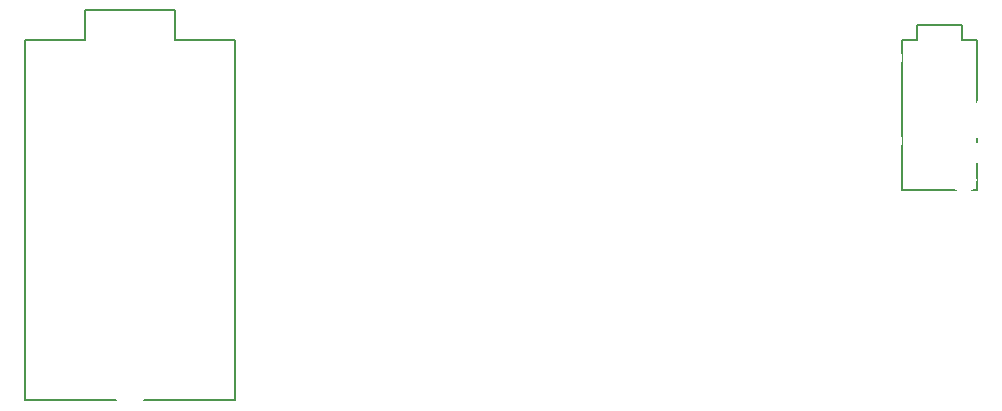
<source format=gbo>
G04 #@! TF.FileFunction,Legend,Bot*
%FSLAX46Y46*%
G04 Gerber Fmt 4.6, Leading zero omitted, Abs format (unit mm)*
G04 Created by KiCad (PCBNEW 4.0.7-e2-6376~58~ubuntu16.04.1) date Mon Nov 13 00:30:39 2017*
%MOMM*%
%LPD*%
G01*
G04 APERTURE LIST*
%ADD10C,0.100000*%
%ADD11C,0.150000*%
%ADD12R,2.000000X2.000000*%
%ADD13O,2.000000X2.000000*%
%ADD14C,2.000000*%
%ADD15C,2.900000*%
%ADD16C,4.387810*%
%ADD17C,2.101810*%
%ADD18C,8.400000*%
%ADD19C,1.390600*%
%ADD20C,2.152600*%
%ADD21R,1.924000X1.924000*%
G04 APERTURE END LIST*
D10*
D11*
X178435000Y-48895000D02*
X177165000Y-48895000D01*
X177165000Y-48895000D02*
X177165000Y-47625000D01*
X177165000Y-47625000D02*
X173355000Y-47625000D01*
X173355000Y-47625000D02*
X173355000Y-48895000D01*
X173355000Y-48895000D02*
X172085000Y-48895000D01*
X172085000Y-48895000D02*
X172085000Y-61595000D01*
X172085000Y-61595000D02*
X178435000Y-61595000D01*
X178435000Y-61595000D02*
X178435000Y-48895000D01*
X115570000Y-79375000D02*
X97790000Y-79375000D01*
X97790000Y-79375000D02*
X97790000Y-48895000D01*
X97790000Y-48895000D02*
X102870000Y-48895000D01*
X102870000Y-48895000D02*
X102870000Y-46355000D01*
X102870000Y-46355000D02*
X110490000Y-46355000D01*
X110490000Y-46355000D02*
X110490000Y-48895000D01*
X110490000Y-48895000D02*
X115570000Y-48895000D01*
X115570000Y-48895000D02*
X115570000Y-79375000D01*
%LPC*%
D12*
X78105000Y-62230000D03*
D13*
X78105000Y-52070000D03*
D12*
X78105000Y-83820000D03*
D13*
X78105000Y-73660000D03*
D12*
X78105000Y-100330000D03*
D13*
X78105000Y-90170000D03*
D12*
X78105000Y-121920000D03*
D13*
X78105000Y-111760000D03*
D12*
X83820000Y-67945000D03*
D13*
X93980000Y-67945000D03*
D12*
X82550000Y-86995000D03*
D13*
X92710000Y-86995000D03*
D12*
X97155000Y-101600000D03*
D13*
X97155000Y-91440000D03*
D12*
X97155000Y-120650000D03*
D13*
X97155000Y-110490000D03*
D12*
X130810000Y-67945000D03*
D13*
X120650000Y-67945000D03*
D12*
X100330000Y-86995000D03*
D13*
X110490000Y-86995000D03*
D12*
X116205000Y-102870000D03*
D13*
X116205000Y-92710000D03*
D12*
X116205000Y-120650000D03*
D13*
X116205000Y-110490000D03*
D12*
X135255000Y-63500000D03*
D13*
X135255000Y-53340000D03*
D12*
X135255000Y-82550000D03*
D13*
X135255000Y-72390000D03*
D12*
X135255000Y-101600000D03*
D13*
X135255000Y-91440000D03*
D12*
X135255000Y-120650000D03*
D13*
X135255000Y-110490000D03*
D12*
X154305000Y-63500000D03*
D13*
X154305000Y-53340000D03*
D12*
X154305000Y-82550000D03*
D13*
X154305000Y-72390000D03*
D12*
X154305000Y-101600000D03*
D13*
X154305000Y-91440000D03*
D12*
X154305000Y-120650000D03*
D13*
X154305000Y-110490000D03*
D12*
X157480000Y-67945000D03*
D13*
X167640000Y-67945000D03*
D12*
X173355000Y-83820000D03*
D13*
X173355000Y-73660000D03*
D12*
X173355000Y-100330000D03*
D13*
X173355000Y-90170000D03*
D12*
X173355000Y-121920000D03*
D13*
X173355000Y-111760000D03*
D12*
X179070000Y-67945000D03*
D13*
X189230000Y-67945000D03*
D12*
X179070000Y-86995000D03*
D13*
X189230000Y-86995000D03*
D12*
X179070000Y-106045000D03*
D13*
X189230000Y-106045000D03*
D12*
X179070000Y-125095000D03*
D13*
X189230000Y-125095000D03*
D14*
X120650000Y-50165000D03*
D13*
X130810000Y-50165000D03*
D14*
X139700000Y-50165000D03*
D13*
X149860000Y-50165000D03*
D15*
X66080276Y-53340672D02*
X66119724Y-53919328D01*
X71770184Y-54419693D02*
X72579816Y-55880307D01*
D16*
X68580000Y-58420000D03*
D17*
X63500000Y-58420000D03*
X73660000Y-58420000D03*
D15*
X65580453Y-54420046D02*
X64769547Y-55879954D01*
X71119724Y-53340672D02*
X71080276Y-53919328D01*
X66080276Y-72390672D02*
X66119724Y-72969328D01*
X71770184Y-73469693D02*
X72579816Y-74930307D01*
D16*
X68580000Y-77470000D03*
D17*
X63500000Y-77470000D03*
X73660000Y-77470000D03*
D15*
X65580453Y-73470046D02*
X64769547Y-74929954D01*
X71119724Y-72390672D02*
X71080276Y-72969328D01*
X66080276Y-91440672D02*
X66119724Y-92019328D01*
X71770184Y-92519693D02*
X72579816Y-93980307D01*
D16*
X68580000Y-96520000D03*
D17*
X63500000Y-96520000D03*
X73660000Y-96520000D03*
D15*
X65580453Y-92520046D02*
X64769547Y-93979954D01*
X71119724Y-91440672D02*
X71080276Y-92019328D01*
X66080276Y-110490672D02*
X66119724Y-111069328D01*
X71770184Y-111569693D02*
X72579816Y-113030307D01*
D16*
X68580000Y-115570000D03*
D17*
X63500000Y-115570000D03*
X73660000Y-115570000D03*
D15*
X65580453Y-111570046D02*
X64769547Y-113029954D01*
X71119724Y-110490672D02*
X71080276Y-111069328D01*
X85130276Y-53340672D02*
X85169724Y-53919328D01*
X90820184Y-54419693D02*
X91629816Y-55880307D01*
D16*
X87630000Y-58420000D03*
D17*
X82550000Y-58420000D03*
X92710000Y-58420000D03*
D15*
X84630453Y-54420046D02*
X83819547Y-55879954D01*
X90169724Y-53340672D02*
X90130276Y-53919328D01*
X85130276Y-72390672D02*
X85169724Y-72969328D01*
X90820184Y-73469693D02*
X91629816Y-74930307D01*
D16*
X87630000Y-77470000D03*
D17*
X82550000Y-77470000D03*
X92710000Y-77470000D03*
D15*
X84630453Y-73470046D02*
X83819547Y-74929954D01*
X90169724Y-72390672D02*
X90130276Y-72969328D01*
X85130276Y-91440672D02*
X85169724Y-92019328D01*
X90820184Y-92519693D02*
X91629816Y-93980307D01*
D16*
X87630000Y-96520000D03*
D17*
X82550000Y-96520000D03*
X92710000Y-96520000D03*
D15*
X84630453Y-92520046D02*
X83819547Y-93979954D01*
X90169724Y-91440672D02*
X90130276Y-92019328D01*
X85130276Y-110490672D02*
X85169724Y-111069328D01*
X90820184Y-111569693D02*
X91629816Y-113030307D01*
D16*
X87630000Y-115570000D03*
D17*
X82550000Y-115570000D03*
X92710000Y-115570000D03*
D15*
X84630453Y-111570046D02*
X83819547Y-113029954D01*
X90169724Y-110490672D02*
X90130276Y-111069328D01*
X104180276Y-53340672D02*
X104219724Y-53919328D01*
X109870184Y-54419693D02*
X110679816Y-55880307D01*
D16*
X106680000Y-58420000D03*
D17*
X101600000Y-58420000D03*
X111760000Y-58420000D03*
D15*
X103680453Y-54420046D02*
X102869547Y-55879954D01*
X109219724Y-53340672D02*
X109180276Y-53919328D01*
X104180276Y-72390672D02*
X104219724Y-72969328D01*
X109870184Y-73469693D02*
X110679816Y-74930307D01*
D16*
X106680000Y-77470000D03*
D17*
X101600000Y-77470000D03*
X111760000Y-77470000D03*
D15*
X103680453Y-73470046D02*
X102869547Y-74929954D01*
X109219724Y-72390672D02*
X109180276Y-72969328D01*
X104180276Y-91440672D02*
X104219724Y-92019328D01*
X109870184Y-92519693D02*
X110679816Y-93980307D01*
D16*
X106680000Y-96520000D03*
D17*
X101600000Y-96520000D03*
X111760000Y-96520000D03*
D15*
X103680453Y-92520046D02*
X102869547Y-93979954D01*
X109219724Y-91440672D02*
X109180276Y-92019328D01*
X104180276Y-110490672D02*
X104219724Y-111069328D01*
X109870184Y-111569693D02*
X110679816Y-113030307D01*
D16*
X106680000Y-115570000D03*
D17*
X101600000Y-115570000D03*
X111760000Y-115570000D03*
D15*
X103680453Y-111570046D02*
X102869547Y-113029954D01*
X109219724Y-110490672D02*
X109180276Y-111069328D01*
X123230276Y-53340672D02*
X123269724Y-53919328D01*
X128920184Y-54419693D02*
X129729816Y-55880307D01*
D16*
X125730000Y-58420000D03*
D17*
X120650000Y-58420000D03*
X130810000Y-58420000D03*
D15*
X122730453Y-54420046D02*
X121919547Y-55879954D01*
X128269724Y-53340672D02*
X128230276Y-53919328D01*
X123230276Y-72390672D02*
X123269724Y-72969328D01*
X128920184Y-73469693D02*
X129729816Y-74930307D01*
D16*
X125730000Y-77470000D03*
D17*
X120650000Y-77470000D03*
X130810000Y-77470000D03*
D15*
X122730453Y-73470046D02*
X121919547Y-74929954D01*
X128269724Y-72390672D02*
X128230276Y-72969328D01*
X123230276Y-91440672D02*
X123269724Y-92019328D01*
X128920184Y-92519693D02*
X129729816Y-93980307D01*
D16*
X125730000Y-96520000D03*
D17*
X120650000Y-96520000D03*
X130810000Y-96520000D03*
D15*
X122730453Y-92520046D02*
X121919547Y-93979954D01*
X128269724Y-91440672D02*
X128230276Y-92019328D01*
X123230276Y-110490672D02*
X123269724Y-111069328D01*
X128920184Y-111569693D02*
X129729816Y-113030307D01*
D16*
X125730000Y-115570000D03*
D17*
X120650000Y-115570000D03*
X130810000Y-115570000D03*
D15*
X122730453Y-111570046D02*
X121919547Y-113029954D01*
X128269724Y-110490672D02*
X128230276Y-111069328D01*
X142280276Y-53340672D02*
X142319724Y-53919328D01*
X147970184Y-54419693D02*
X148779816Y-55880307D01*
D16*
X144780000Y-58420000D03*
D17*
X139700000Y-58420000D03*
X149860000Y-58420000D03*
D15*
X141780453Y-54420046D02*
X140969547Y-55879954D01*
X147319724Y-53340672D02*
X147280276Y-53919328D01*
X142280276Y-72390672D02*
X142319724Y-72969328D01*
X147970184Y-73469693D02*
X148779816Y-74930307D01*
D16*
X144780000Y-77470000D03*
D17*
X139700000Y-77470000D03*
X149860000Y-77470000D03*
D15*
X141780453Y-73470046D02*
X140969547Y-74929954D01*
X147319724Y-72390672D02*
X147280276Y-72969328D01*
X142280276Y-91440672D02*
X142319724Y-92019328D01*
X147970184Y-92519693D02*
X148779816Y-93980307D01*
D16*
X144780000Y-96520000D03*
D17*
X139700000Y-96520000D03*
X149860000Y-96520000D03*
D15*
X141780453Y-92520046D02*
X140969547Y-93979954D01*
X147319724Y-91440672D02*
X147280276Y-92019328D01*
X142280276Y-110490672D02*
X142319724Y-111069328D01*
X147970184Y-111569693D02*
X148779816Y-113030307D01*
D16*
X144780000Y-115570000D03*
D17*
X139700000Y-115570000D03*
X149860000Y-115570000D03*
D15*
X141780453Y-111570046D02*
X140969547Y-113029954D01*
X147319724Y-110490672D02*
X147280276Y-111069328D01*
X161330276Y-53340672D02*
X161369724Y-53919328D01*
X167020184Y-54419693D02*
X167829816Y-55880307D01*
D16*
X163830000Y-58420000D03*
D17*
X158750000Y-58420000D03*
X168910000Y-58420000D03*
D15*
X160830453Y-54420046D02*
X160019547Y-55879954D01*
X166369724Y-53340672D02*
X166330276Y-53919328D01*
X161330276Y-72390672D02*
X161369724Y-72969328D01*
X167020184Y-73469693D02*
X167829816Y-74930307D01*
D16*
X163830000Y-77470000D03*
D17*
X158750000Y-77470000D03*
X168910000Y-77470000D03*
D15*
X160830453Y-73470046D02*
X160019547Y-74929954D01*
X166369724Y-72390672D02*
X166330276Y-72969328D01*
X161330276Y-91440672D02*
X161369724Y-92019328D01*
X167020184Y-92519693D02*
X167829816Y-93980307D01*
D16*
X163830000Y-96520000D03*
D17*
X158750000Y-96520000D03*
X168910000Y-96520000D03*
D15*
X160830453Y-92520046D02*
X160019547Y-93979954D01*
X166369724Y-91440672D02*
X166330276Y-92019328D01*
X161330276Y-110490672D02*
X161369724Y-111069328D01*
X167020184Y-111569693D02*
X167829816Y-113030307D01*
D16*
X163830000Y-115570000D03*
D17*
X158750000Y-115570000D03*
X168910000Y-115570000D03*
D15*
X160830453Y-111570046D02*
X160019547Y-113029954D01*
X166369724Y-110490672D02*
X166330276Y-111069328D01*
X180380276Y-53340672D02*
X180419724Y-53919328D01*
X186070184Y-54419693D02*
X186879816Y-55880307D01*
D16*
X182880000Y-58420000D03*
D17*
X177800000Y-58420000D03*
X187960000Y-58420000D03*
D15*
X179880453Y-54420046D02*
X179069547Y-55879954D01*
X185419724Y-53340672D02*
X185380276Y-53919328D01*
X180380276Y-72390672D02*
X180419724Y-72969328D01*
X186070184Y-73469693D02*
X186879816Y-74930307D01*
D16*
X182880000Y-77470000D03*
D17*
X177800000Y-77470000D03*
X187960000Y-77470000D03*
D15*
X179880453Y-73470046D02*
X179069547Y-74929954D01*
X185419724Y-72390672D02*
X185380276Y-72969328D01*
X180380276Y-91440672D02*
X180419724Y-92019328D01*
X186070184Y-92519693D02*
X186879816Y-93980307D01*
D16*
X182880000Y-96520000D03*
D17*
X177800000Y-96520000D03*
X187960000Y-96520000D03*
D15*
X179880453Y-92520046D02*
X179069547Y-93979954D01*
X185419724Y-91440672D02*
X185380276Y-92019328D01*
X180380276Y-110490672D02*
X180419724Y-111069328D01*
X186070184Y-111569693D02*
X186879816Y-113030307D01*
D16*
X182880000Y-115570000D03*
D17*
X177800000Y-115570000D03*
X187960000Y-115570000D03*
D15*
X179880453Y-111570046D02*
X179069547Y-113029954D01*
X185419724Y-110490672D02*
X185380276Y-111069328D01*
D18*
X78105000Y-67945000D03*
X173355000Y-106045000D03*
X173355000Y-67945000D03*
X116205000Y-86995000D03*
X78105000Y-106045000D03*
D19*
X175355000Y-50395000D03*
X171355000Y-50395000D03*
D20*
X173355000Y-55195000D03*
X169355000Y-60695000D03*
X173355000Y-59195000D03*
X177355000Y-60695000D03*
X173355000Y-52195000D03*
D19*
X171355000Y-57395000D03*
X175355000Y-57395000D03*
D12*
X99060000Y-50165000D03*
D14*
X99060000Y-52705000D03*
X99060000Y-55245000D03*
X99060000Y-57785000D03*
X99060000Y-60325000D03*
X99060000Y-62865000D03*
X99060000Y-65405000D03*
X99060000Y-67945000D03*
X99060000Y-70485000D03*
X99060000Y-73025000D03*
X99060000Y-75565000D03*
X99060000Y-78105000D03*
X114300000Y-78105000D03*
X114300000Y-75565000D03*
X114300000Y-73025000D03*
X114300000Y-70485000D03*
X114300000Y-67945000D03*
X114300000Y-65405000D03*
X114300000Y-62865000D03*
X114300000Y-60325000D03*
X114300000Y-57785000D03*
X114300000Y-55245000D03*
X114300000Y-52705000D03*
X114300000Y-50165000D03*
D21*
X134255000Y-50165000D03*
X136255000Y-50165000D03*
M02*

</source>
